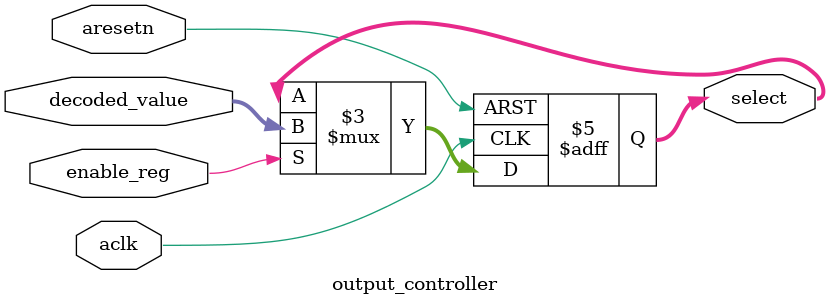
<source format=sv>
module clk_gated_decoder(
    input wire aclk,                   // AXI clock signal
    input wire aresetn,                // AXI reset signal (active low)
    
    // AXI4-Lite slave interface - Write Address Channel
    input wire [31:0] s_axil_awaddr,   // Write address
    input wire s_axil_awvalid,         // Write address valid
    output wire s_axil_awready,        // Write address ready
    
    // AXI4-Lite slave interface - Write Data Channel
    input wire [31:0] s_axil_wdata,    // Write data
    input wire [3:0] s_axil_wstrb,     // Write strobes
    input wire s_axil_wvalid,          // Write valid
    output wire s_axil_wready,         // Write ready
    
    // AXI4-Lite slave interface - Write Response Channel
    output wire [1:0] s_axil_bresp,    // Write response
    output wire s_axil_bvalid,         // Write response valid
    input wire s_axil_bready,          // Write response ready
    
    // AXI4-Lite slave interface - Read Address Channel
    input wire [31:0] s_axil_araddr,   // Read address
    input wire s_axil_arvalid,         // Read address valid
    output wire s_axil_arready,        // Read address ready
    
    // AXI4-Lite slave interface - Read Data Channel
    output wire [31:0] s_axil_rdata,   // Read data
    output wire [1:0] s_axil_rresp,    // Read response
    output wire s_axil_rvalid,         // Read valid
    input wire s_axil_rready,          // Read ready
    
    // Original output
    output wire [7:0] select
);

    // Internal signals between modules
    wire [2:0] addr_reg;
    wire enable_reg;
    wire [7:0] decoded_value;

    // AXI4-Lite interface handling
    axi_lite_slave #(
        .ADDR_CONTROL(4'h0)
    ) u_axi_slave (
        .aclk(aclk),
        .aresetn(aresetn),
        // Write channels
        .s_axil_awaddr(s_axil_awaddr),
        .s_axil_awvalid(s_axil_awvalid),
        .s_axil_awready(s_axil_awready),
        .s_axil_wdata(s_axil_wdata),
        .s_axil_wstrb(s_axil_wstrb),
        .s_axil_wvalid(s_axil_wvalid),
        .s_axil_wready(s_axil_wready),
        .s_axil_bresp(s_axil_bresp),
        .s_axil_bvalid(s_axil_bvalid),
        .s_axil_bready(s_axil_bready),
        // Read channels
        .s_axil_araddr(s_axil_araddr),
        .s_axil_arvalid(s_axil_arvalid),
        .s_axil_arready(s_axil_arready),
        .s_axil_rdata(s_axil_rdata),
        .s_axil_rresp(s_axil_rresp),
        .s_axil_rvalid(s_axil_rvalid),
        .s_axil_rready(s_axil_rready),
        // Control outputs
        .addr_reg(addr_reg),
        .enable_reg(enable_reg)
    );

    // Decoder logic
    decoder_core u_decoder_core (
        .addr_reg(addr_reg),
        .decoded_value(decoded_value)
    );

    // Output register control
    output_controller u_output_controller (
        .aclk(aclk),
        .aresetn(aresetn),
        .enable_reg(enable_reg),
        .decoded_value(decoded_value),
        .select(select)
    );

endmodule

//----------------------------------------------------------------------
// AXI Lite Slave Interface Module
//----------------------------------------------------------------------
module axi_lite_slave #(
    parameter ADDR_CONTROL = 4'h0    // Control register address
)(
    input wire aclk,
    input wire aresetn,
    
    // Write Address Channel
    input wire [31:0] s_axil_awaddr,
    input wire s_axil_awvalid,
    output reg s_axil_awready,
    
    // Write Data Channel
    input wire [31:0] s_axil_wdata,
    input wire [3:0] s_axil_wstrb,
    input wire s_axil_wvalid,
    output reg s_axil_wready,
    
    // Write Response Channel
    output reg [1:0] s_axil_bresp,
    output reg s_axil_bvalid,
    input wire s_axil_bready,
    
    // Read Address Channel
    input wire [31:0] s_axil_araddr,
    input wire s_axil_arvalid,
    output reg s_axil_arready,
    
    // Read Data Channel
    output reg [31:0] s_axil_rdata,
    output reg [1:0] s_axil_rresp,
    output reg s_axil_rvalid,
    input wire s_axil_rready,
    
    // Control outputs
    output reg [2:0] addr_reg,
    output reg enable_reg
);

    // AXI4-Lite response codes
    localparam RESP_OKAY = 2'b00;    // Normal access success
    localparam RESP_ERROR = 2'b10;   // Slave error
    
    // Internal state signals
    reg write_in_progress, read_in_progress;

    // Write channel FSM
    always @(posedge aclk or negedge aresetn) begin
        if (!aresetn) begin
            s_axil_awready <= 1'b0;
            s_axil_wready <= 1'b0;
            s_axil_bvalid <= 1'b0;
            s_axil_bresp <= RESP_OKAY;
            write_in_progress <= 1'b0;
            addr_reg <= 3'b000;
            enable_reg <= 1'b0;
        end else begin
            // Default values
            if (s_axil_bvalid && s_axil_bready)
                s_axil_bvalid <= 1'b0;
                
            if (!write_in_progress) begin
                if (s_axil_awvalid && s_axil_wvalid) begin
                    // Both address and data are valid
                    s_axil_awready <= 1'b1;
                    s_axil_wready <= 1'b1;
                    write_in_progress <= 1'b1;
                    
                    // Check the address for validity
                    if (s_axil_awaddr[3:0] == ADDR_CONTROL) begin
                        // Valid control register access
                        addr_reg <= s_axil_wdata[2:0];
                        enable_reg <= s_axil_wdata[8];
                        s_axil_bresp <= RESP_OKAY;
                    end else begin
                        // Invalid address
                        s_axil_bresp <= RESP_ERROR;
                    end
                end
            end else begin
                // Complete the write transaction
                s_axil_awready <= 1'b0;
                s_axil_wready <= 1'b0;
                s_axil_bvalid <= 1'b1;
                write_in_progress <= 1'b0;
            end
        end
    end
    
    // Read channel FSM
    always @(posedge aclk or negedge aresetn) begin
        if (!aresetn) begin
            s_axil_arready <= 1'b0;
            s_axil_rvalid <= 1'b0;
            s_axil_rresp <= RESP_OKAY;
            s_axil_rdata <= 32'h00000000;
            read_in_progress <= 1'b0;
        end else begin
            // Default values
            if (s_axil_rvalid && s_axil_rready)
                s_axil_rvalid <= 1'b0;
                
            if (!read_in_progress) begin
                if (s_axil_arvalid) begin
                    // Address is valid
                    s_axil_arready <= 1'b1;
                    read_in_progress <= 1'b1;
                    
                    // Check the address for validity
                    if (s_axil_araddr[3:0] == ADDR_CONTROL) begin
                        // Valid control register access
                        s_axil_rdata <= {23'b0, enable_reg, 5'b0, addr_reg};
                        s_axil_rresp <= RESP_OKAY;
                    end else begin
                        // Invalid address
                        s_axil_rdata <= 32'h00000000;
                        s_axil_rresp <= RESP_ERROR;
                    end
                end
            end else begin
                // Complete the read transaction
                s_axil_arready <= 1'b0;
                s_axil_rvalid <= 1'b1;
                read_in_progress <= 1'b0;
            end
        end
    end

endmodule

//----------------------------------------------------------------------
// Decoder Core Module
//----------------------------------------------------------------------
module decoder_core (
    input wire [2:0] addr_reg,
    output wire [7:0] decoded_value
);

    // One-hot decoder implementation (combinational)
    assign decoded_value = 8'b00000001 << addr_reg;

endmodule

//----------------------------------------------------------------------
// Output Controller Module
//----------------------------------------------------------------------
module output_controller (
    input wire aclk,
    input wire aresetn,
    input wire enable_reg,
    input wire [7:0] decoded_value,
    output reg [7:0] select
);

    // Output register control
    always @(posedge aclk or negedge aresetn) begin
        if (!aresetn) begin
            select <= 8'b00000000;
        end else if (enable_reg) begin
            select <= decoded_value;
        end
    end

endmodule
</source>
